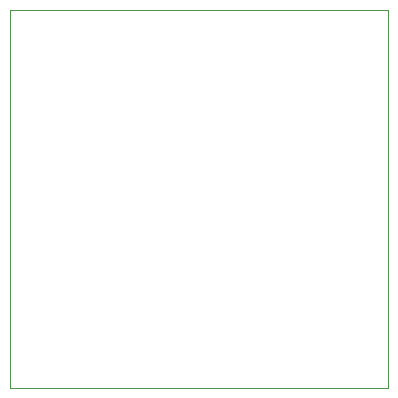
<source format=gm1>
G04*
G04 #@! TF.GenerationSoftware,Altium Limited,Altium Designer,20.2.6 (244)*
G04*
G04 Layer_Color=16711935*
%FSLAX25Y25*%
%MOIN*%
G70*
G04*
G04 #@! TF.SameCoordinates,A3B400B8-C857-4583-85C6-9FA4B9C7ABCD*
G04*
G04*
G04 #@! TF.FilePolarity,Positive*
G04*
G01*
G75*
%ADD100C,0.00394*%
D100*
X-0Y125984D02*
X0Y0D01*
X-0Y125984D02*
X83000Y125984D01*
X125984Y-0D02*
Y125984D01*
X0Y0D02*
X125984Y-0D01*
X83000Y125984D02*
X125984D01*
M02*

</source>
